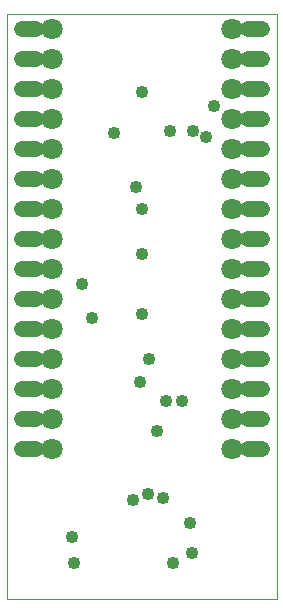
<source format=gbs>
G75*
%MOIN*%
%OFA0B0*%
%FSLAX25Y25*%
%IPPOS*%
%LPD*%
%AMOC8*
5,1,8,0,0,1.08239X$1,22.5*
%
%ADD10C,0.00000*%
%ADD11C,0.07100*%
%ADD12C,0.05224*%
%ADD13C,0.04262*%
D10*
X0001400Y0028010D02*
X0001400Y0223010D01*
X0091400Y0223010D01*
X0091400Y0028010D01*
X0001400Y0028010D01*
D11*
X0016400Y0078010D03*
X0016400Y0088010D03*
X0016400Y0098010D03*
X0016400Y0108010D03*
X0016400Y0118010D03*
X0016400Y0128010D03*
X0016400Y0138010D03*
X0016400Y0148010D03*
X0016400Y0158010D03*
X0016400Y0168010D03*
X0016400Y0178010D03*
X0016400Y0188010D03*
X0016400Y0198010D03*
X0016400Y0208010D03*
X0016400Y0218010D03*
X0076400Y0218010D03*
X0076400Y0208010D03*
X0076400Y0198010D03*
X0076400Y0188010D03*
X0076400Y0178010D03*
X0076400Y0168010D03*
X0076400Y0158010D03*
X0076400Y0148010D03*
X0076400Y0138010D03*
X0076400Y0128010D03*
X0076400Y0118010D03*
X0076400Y0108010D03*
X0076400Y0098010D03*
X0076400Y0088010D03*
X0076400Y0078010D03*
D12*
X0081676Y0078010D02*
X0086400Y0078010D01*
X0086400Y0088010D02*
X0081676Y0088010D01*
X0081676Y0098010D02*
X0086400Y0098010D01*
X0086400Y0108010D02*
X0081676Y0108010D01*
X0081676Y0118010D02*
X0086400Y0118010D01*
X0086400Y0128010D02*
X0081676Y0128010D01*
X0081676Y0138010D02*
X0086400Y0138010D01*
X0086400Y0148010D02*
X0081676Y0148010D01*
X0081676Y0158010D02*
X0086400Y0158010D01*
X0086400Y0168010D02*
X0081676Y0168010D01*
X0081676Y0178010D02*
X0086400Y0178010D01*
X0086400Y0188010D02*
X0081676Y0188010D01*
X0081676Y0198010D02*
X0086400Y0198010D01*
X0086400Y0208010D02*
X0081676Y0208010D01*
X0081676Y0218010D02*
X0086400Y0218010D01*
X0011124Y0218010D02*
X0006400Y0218010D01*
X0006400Y0208010D02*
X0011124Y0208010D01*
X0011124Y0198010D02*
X0006400Y0198010D01*
X0006400Y0188010D02*
X0011124Y0188010D01*
X0011124Y0178010D02*
X0006400Y0178010D01*
X0006400Y0168010D02*
X0011124Y0168010D01*
X0011124Y0158010D02*
X0006400Y0158010D01*
X0006400Y0148010D02*
X0011124Y0148010D01*
X0011124Y0138010D02*
X0006400Y0138010D01*
X0006400Y0128010D02*
X0011124Y0128010D01*
X0011124Y0118010D02*
X0006400Y0118010D01*
X0006400Y0108010D02*
X0011124Y0108010D01*
X0011124Y0098010D02*
X0006400Y0098010D01*
X0006400Y0088010D02*
X0011124Y0088010D01*
X0011124Y0078010D02*
X0006400Y0078010D01*
D13*
X0023100Y0048910D03*
X0023700Y0040010D03*
X0043400Y0061110D03*
X0048400Y0063210D03*
X0053500Y0061810D03*
X0062400Y0053510D03*
X0063300Y0043310D03*
X0056800Y0040210D03*
X0051600Y0084010D03*
X0054400Y0094010D03*
X0059900Y0094010D03*
X0048900Y0108010D03*
X0045900Y0100510D03*
X0046400Y0123010D03*
X0046400Y0143010D03*
X0046400Y0158010D03*
X0044400Y0165510D03*
X0037300Y0183510D03*
X0046400Y0197010D03*
X0055900Y0184010D03*
X0063400Y0184010D03*
X0067900Y0182010D03*
X0070400Y0192510D03*
X0029700Y0121710D03*
X0026400Y0133010D03*
M02*

</source>
